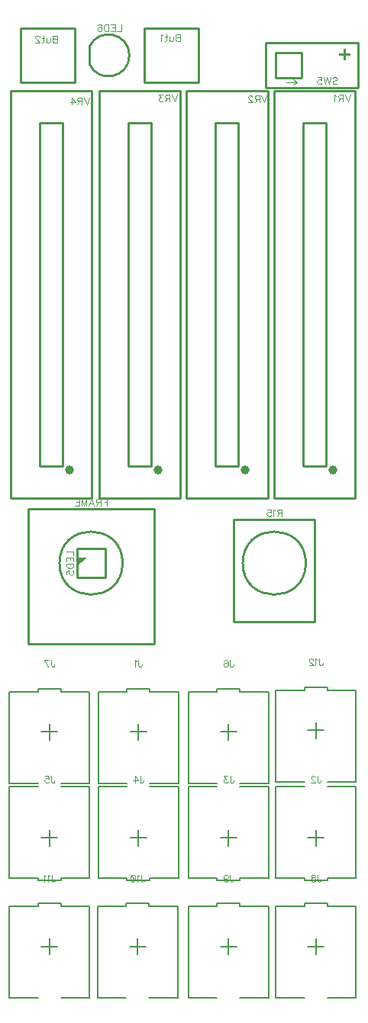
<source format=gbo>
G04 DipTrace 3.2.0.1*
G04 PlancksII_rohm.GBO*
%MOIN*%
G04 #@! TF.FileFunction,Legend,Bot*
G04 #@! TF.Part,Single*
%ADD10C,0.009843*%
%ADD12C,0.001*%
%ADD18C,0.006*%
%ADD38C,0.005984*%
%ADD47C,0.003937*%
%ADD53O,0.039405X0.039508*%
%ADD113C,0.004632*%
%FSLAX26Y26*%
G04*
G70*
G90*
G75*
G01*
G04 BotSilk*
%LPD*%
X1000961Y4656100D2*
D10*
X1237169D1*
Y4419898D1*
X1000961D1*
Y4656100D1*
X460463Y4655849D2*
X696671D1*
Y4419648D1*
X460463D1*
Y4655849D1*
X1044632Y2555221D2*
X493419D1*
Y1964664D1*
X1044632D1*
Y2555221D1*
X631222Y2319034D2*
G02X631222Y2319034I137771J0D01*
G01*
X1010311Y1582121D2*
D18*
X940276D1*
X975276Y1547174D2*
Y1617118D1*
X925261Y1757004D2*
X800276D1*
X1025291D2*
X1150276D1*
X1025291Y1356995D2*
X1150276D1*
X925261D2*
X800276D1*
Y1757004D1*
X1150276D2*
Y1356995D1*
X1025291Y1757004D2*
D38*
Y1769479D1*
X925261D1*
Y1757004D1*
X1715241Y1118879D2*
D18*
X1785276D1*
X1750276Y1153826D2*
Y1083882D1*
X1800291Y943996D2*
X1925276D1*
X1700261D2*
X1575276D1*
X1700261Y1344005D2*
X1575276D1*
X1800291D2*
X1925276D1*
Y943996D1*
X1575276D2*
Y1344005D1*
X1700261Y943996D2*
D38*
Y931521D1*
X1800291D1*
Y943996D1*
X1333990Y1118879D2*
D18*
X1404025D1*
X1369025Y1153826D2*
Y1083882D1*
X1419040Y943996D2*
X1544025D1*
X1319010D2*
X1194025D1*
X1319010Y1344005D2*
X1194025D1*
X1419040D2*
X1544025D1*
Y943996D1*
X1194025D2*
Y1344005D1*
X1319010Y943996D2*
D38*
Y931521D1*
X1419040D1*
Y943996D1*
X940240Y1118879D2*
D18*
X1010275D1*
X975275Y1153826D2*
Y1083882D1*
X1025290Y943996D2*
X1150275D1*
X925260D2*
X800275D1*
X925260Y1344005D2*
X800275D1*
X1025290D2*
X1150275D1*
Y943996D1*
X800275D2*
Y1344005D1*
X925260Y943996D2*
D38*
Y931521D1*
X1025290D1*
Y943996D1*
X552741Y1118879D2*
D18*
X622776D1*
X587776Y1153826D2*
Y1083882D1*
X637791Y943996D2*
X762776D1*
X537761D2*
X412776D1*
X537761Y1344005D2*
X412776D1*
X637791D2*
X762776D1*
Y943996D1*
X412776D2*
Y1344005D1*
X537761Y943996D2*
D38*
Y931521D1*
X637791D1*
Y943996D1*
X1404060Y1582121D2*
D18*
X1334025D1*
X1369025Y1547174D2*
Y1617118D1*
X1319010Y1757004D2*
X1194025D1*
X1419040D2*
X1544025D1*
X1419040Y1356995D2*
X1544025D1*
X1319010D2*
X1194025D1*
Y1757004D1*
X1544025D2*
Y1356995D1*
X1419040Y1757004D2*
D38*
Y1769479D1*
X1319010D1*
Y1757004D1*
X622811Y1582121D2*
D18*
X552776D1*
X587776Y1547174D2*
Y1617118D1*
X537761Y1757004D2*
X412776D1*
X637791D2*
X762776D1*
X637791Y1356995D2*
X762776D1*
X537761D2*
X412776D1*
Y1757004D1*
X762776D2*
Y1356995D1*
X637791Y1757004D2*
D38*
Y1769479D1*
X537761D1*
Y1757004D1*
X1785310Y644121D2*
D18*
X1715275D1*
X1750275Y609174D2*
Y679118D1*
X1700260Y819004D2*
X1575275D1*
X1800290D2*
X1925275D1*
X1800290Y418995D2*
X1925275D1*
X1700260D2*
X1575275D1*
Y819004D1*
X1925275D2*
Y418995D1*
X1800290Y819004D2*
D38*
Y831479D1*
X1700260D1*
Y819004D1*
X1404060Y644121D2*
D18*
X1334025D1*
X1369025Y609174D2*
Y679118D1*
X1319010Y819004D2*
X1194025D1*
X1419040D2*
X1544025D1*
X1419040Y418995D2*
X1544025D1*
X1319010D2*
X1194025D1*
Y819004D1*
X1544025D2*
Y418995D1*
X1419040Y819004D2*
D38*
Y831479D1*
X1319010D1*
Y819004D1*
X1007060Y644121D2*
D18*
X937025D1*
X972025Y609174D2*
Y679118D1*
X922010Y819004D2*
X797025D1*
X1022040D2*
X1147025D1*
X1022040Y418995D2*
X1147025D1*
X922010D2*
X797025D1*
Y819004D1*
X1147025D2*
Y418995D1*
X1022040Y819004D2*
D38*
Y831479D1*
X922010D1*
Y819004D1*
X622811Y644121D2*
D18*
X552776D1*
X587776Y609174D2*
Y679118D1*
X537761Y819004D2*
X412776D1*
X637791D2*
X762776D1*
X637791Y418995D2*
X762776D1*
X537761D2*
X412776D1*
Y819004D1*
X762776D2*
Y418995D1*
X637791Y819004D2*
D38*
Y831479D1*
X537761D1*
Y819004D1*
X1785311Y1588370D2*
D18*
X1715276D1*
X1750276Y1553423D2*
Y1623367D1*
X1700261Y1763254D2*
X1575276D1*
X1800291D2*
X1925276D1*
X1800291Y1363244D2*
X1925276D1*
X1700261D2*
X1575276D1*
Y1763254D1*
X1925276D2*
Y1363244D1*
X1800291Y1763254D2*
D38*
Y1775728D1*
X1700261D1*
Y1763254D1*
X706525Y2381504D2*
D10*
X831525D1*
Y2256496D1*
X706525D1*
Y2381504D1*
G36*
Y2343998D2*
X750275D1*
X706525Y2306492D1*
D1*
Y2343998D1*
G37*
X761525Y4575005D2*
D10*
Y4499995D1*
Y4575005D2*
G02X761525Y4499995I83482J-37505D01*
G01*
X1746159Y2509944D2*
X1391892D1*
Y2063067D1*
X1746159D1*
Y2509944D1*
X1431234Y2319003D2*
G02X1431234Y2319003I137768J0D01*
G01*
X1532987Y4396308D2*
X1934562D1*
Y4593159D1*
X1532987D1*
Y4396308D1*
X1621575Y4420915D2*
D47*
X1664865D1*
X1668800D2*
X1653098Y4409104D1*
X1668800Y4420915D2*
X1653098Y4432726D1*
X1576277Y4439615D2*
D10*
X1686550D1*
Y4549852D1*
X1576277D1*
Y4439615D1*
X1921151Y2604191D2*
X1566790D1*
X1921151D2*
Y4383809D1*
X1566790Y2604191D2*
Y4383809D1*
X1921151D2*
X1566790D1*
X1793990Y4243931D2*
X1693951D1*
X1793990D2*
Y2744069D1*
X1693951D2*
X1793990D1*
X1693951D2*
Y4243931D1*
D53*
X1823668Y2726273D3*
X1539939Y2604191D2*
D10*
X1185578D1*
X1539939D2*
Y4383809D1*
X1185578Y2604191D2*
Y4383809D1*
X1539939D2*
X1185578D1*
X1412778Y4243931D2*
X1312739D1*
X1412778D2*
Y2744069D1*
X1312739D2*
X1412778D1*
X1312739D2*
Y4243931D1*
D53*
X1442456Y2726273D3*
X1158731Y2604191D2*
D10*
X804370D1*
X1158731D2*
Y4383809D1*
X804370Y2604191D2*
Y4383809D1*
X1158731D2*
X804370D1*
X1031570Y4243931D2*
X931531D1*
X1031570D2*
Y2744069D1*
X931531D2*
X1031570D1*
X931531D2*
Y4243931D1*
D53*
X1061248Y2726273D3*
X771270Y2604191D2*
D10*
X416909D1*
X771270D2*
Y4383809D1*
X416909Y2604191D2*
Y4383809D1*
X771270D2*
X416909D1*
X644109Y4243931D2*
X544070D1*
X644109D2*
Y2744069D1*
X544070D2*
X644109D1*
X544070D2*
Y4243931D1*
D53*
X673787Y2726273D3*
X1870025Y4567000D2*
D12*
X1878025D1*
X1870025Y4566000D2*
X1878025D1*
X1870025Y4565000D2*
X1878025D1*
X1870025Y4564000D2*
X1878025D1*
X1870025Y4563000D2*
X1878025D1*
X1870025Y4562000D2*
X1878025D1*
X1870025Y4561000D2*
X1878025D1*
X1870025Y4560000D2*
X1878025D1*
X1870025Y4559000D2*
X1878025D1*
X1870025Y4558000D2*
X1878025D1*
X1870025Y4557000D2*
X1878025D1*
X1870025Y4556000D2*
X1878025D1*
X1870025Y4555000D2*
X1878025D1*
X1870025Y4554000D2*
X1878025D1*
X1870025Y4553000D2*
X1878025D1*
X1870025Y4552000D2*
X1878025D1*
X1870025Y4551000D2*
X1878025D1*
X1870025Y4550000D2*
X1878025D1*
X1870025Y4549000D2*
X1878025D1*
X1870025Y4548000D2*
X1878025D1*
X1850025Y4547000D2*
X1898025D1*
X1850025Y4546000D2*
X1898025D1*
X1850025Y4545000D2*
X1898025D1*
X1850025Y4544000D2*
X1898025D1*
X1850025Y4543000D2*
X1898025D1*
X1850025Y4542000D2*
X1898025D1*
X1850025Y4541000D2*
X1898025D1*
X1850025Y4540000D2*
X1898025D1*
X1850025Y4539000D2*
X1898025D1*
X1870025Y4538000D2*
X1878025D1*
X1870025Y4537000D2*
X1878025D1*
X1870025Y4536000D2*
X1878025D1*
X1870025Y4535000D2*
X1878025D1*
X1870025Y4534000D2*
X1878025D1*
X1870025Y4533000D2*
X1878025D1*
X1870025Y4532000D2*
X1878025D1*
X1870025Y4531000D2*
X1878025D1*
X1870025Y4530000D2*
X1878025D1*
X1870025Y4529000D2*
X1878025D1*
X1870025Y4528000D2*
X1878025D1*
X1870025Y4527000D2*
X1878025D1*
X1870025Y4526000D2*
X1878025D1*
X1870025Y4525000D2*
X1878025D1*
X1870025Y4524000D2*
X1878025D1*
X1870025Y4523000D2*
X1878025D1*
X1870025Y4522000D2*
X1878025D1*
X1870025Y4521000D2*
X1878025D1*
X1870025Y4520000D2*
X1878025D1*
X1870025Y4519000D2*
X1878025D1*
X1870025Y4567000D2*
Y4566000D1*
Y4565000D1*
Y4564000D1*
Y4563000D1*
Y4562000D1*
Y4561000D1*
Y4560000D1*
Y4559000D1*
Y4558000D1*
Y4557000D1*
Y4556000D1*
Y4555000D1*
Y4554000D1*
Y4553000D1*
Y4552000D1*
Y4551000D1*
Y4550000D1*
Y4549000D1*
Y4548000D1*
Y4547000D1*
X1878025Y4567000D2*
Y4566000D1*
Y4565000D1*
Y4564000D1*
Y4563000D1*
Y4562000D1*
Y4561000D1*
Y4560000D1*
Y4559000D1*
Y4558000D1*
Y4557000D1*
Y4556000D1*
Y4555000D1*
Y4554000D1*
Y4553000D1*
Y4552000D1*
Y4551000D1*
Y4550000D1*
Y4549000D1*
Y4548000D1*
Y4547000D1*
X1850025D2*
Y4546000D1*
Y4545000D1*
Y4544000D1*
Y4543000D1*
Y4542000D1*
Y4541000D1*
Y4540000D1*
Y4539000D1*
X1898025Y4547000D2*
Y4546000D1*
Y4545000D1*
Y4544000D1*
Y4543000D1*
Y4542000D1*
Y4541000D1*
Y4540000D1*
Y4539000D1*
X1870025D2*
Y4538000D1*
Y4537000D1*
Y4536000D1*
Y4535000D1*
Y4534000D1*
Y4533000D1*
Y4532000D1*
Y4531000D1*
Y4530000D1*
Y4529000D1*
Y4528000D1*
Y4527000D1*
Y4526000D1*
Y4525000D1*
Y4524000D1*
Y4523000D1*
Y4522000D1*
Y4521000D1*
Y4520000D1*
Y4519000D1*
X1878025Y4539000D2*
Y4538000D1*
Y4537000D1*
Y4536000D1*
Y4535000D1*
Y4534000D1*
Y4533000D1*
Y4532000D1*
Y4531000D1*
Y4530000D1*
Y4529000D1*
Y4528000D1*
Y4527000D1*
Y4526000D1*
Y4525000D1*
Y4524000D1*
Y4523000D1*
Y4522000D1*
Y4521000D1*
Y4520000D1*
Y4519000D1*
X1157220Y4630434D2*
D113*
Y4600290D1*
X1144287D1*
X1139976Y4601749D1*
X1138550Y4603175D1*
X1137124Y4606027D1*
Y4610338D1*
X1138550Y4613223D1*
X1139976Y4614649D1*
X1144287Y4616075D1*
X1139976Y4617534D1*
X1138550Y4618960D1*
X1137124Y4621812D1*
Y4624697D1*
X1138550Y4627549D1*
X1139976Y4629008D1*
X1144287Y4630434D1*
X1157220D1*
Y4616075D2*
X1144287D1*
X1127860Y4620386D2*
Y4606027D1*
X1126434Y4601749D1*
X1123549Y4600290D1*
X1119238D1*
X1116386Y4601749D1*
X1112075Y4606027D1*
Y4620386D2*
Y4600290D1*
X1098501Y4630434D2*
Y4606027D1*
X1097075Y4601749D1*
X1094190Y4600290D1*
X1091338D1*
X1102812Y4620386D2*
X1092764D1*
X1082074Y4624664D2*
X1079189Y4626123D1*
X1074878Y4630401D1*
Y4600290D1*
X620171Y4624183D2*
Y4594039D1*
X607238D1*
X602927Y4595498D1*
X601501Y4596924D1*
X600075Y4599776D1*
Y4604087D1*
X601501Y4606972D1*
X602927Y4608398D1*
X607238Y4609824D1*
X602927Y4611283D1*
X601501Y4612709D1*
X600075Y4615561D1*
Y4618446D1*
X601501Y4621298D1*
X602927Y4622757D1*
X607238Y4624183D1*
X620171D1*
Y4609824D2*
X607238D1*
X590812Y4614135D2*
Y4599776D1*
X589386Y4595498D1*
X586501Y4594039D1*
X582190D1*
X579338Y4595498D1*
X575027Y4599776D1*
Y4614135D2*
Y4594039D1*
X561452Y4624183D2*
Y4599776D1*
X560026Y4595498D1*
X557141Y4594039D1*
X554289D1*
X565763Y4614135D2*
X555715D1*
X543566Y4616987D2*
Y4618413D1*
X542140Y4621298D1*
X540715Y4622724D1*
X537829Y4624150D1*
X532092D1*
X529241Y4622724D1*
X527815Y4621298D1*
X526355Y4618413D1*
Y4615561D1*
X527815Y4612676D1*
X530667Y4608398D1*
X545026Y4594039D1*
X524930D1*
X820548Y2599155D2*
X839218D1*
Y2569011D1*
Y2584796D2*
X827745D1*
X811285D2*
X798385D1*
X794074Y2586255D1*
X792615Y2587681D1*
X791189Y2590533D1*
Y2593418D1*
X792615Y2596270D1*
X794074Y2597729D1*
X798385Y2599155D1*
X811285D1*
Y2569011D1*
X801237Y2584796D2*
X791189Y2569011D1*
X758944D2*
X770451Y2599155D1*
X781925Y2569011D1*
X777614Y2579059D2*
X763255D1*
X726733Y2569011D2*
Y2599155D1*
X738207Y2569011D1*
X749681Y2599155D1*
Y2569011D1*
X698832Y2599155D2*
X717469D1*
Y2569011D1*
X698832D1*
X717469Y2584796D2*
X705995D1*
X976326Y1895434D2*
Y1872486D1*
X977752Y1868175D1*
X979211Y1866749D1*
X982063Y1865290D1*
X984948D1*
X987800Y1866749D1*
X989226Y1868175D1*
X990685Y1872486D1*
Y1875338D1*
X967063Y1889664D2*
X964178Y1891123D1*
X959867Y1895401D1*
Y1865290D1*
X1757776Y1388434D2*
Y1365486D1*
X1759202Y1361175D1*
X1760661Y1359749D1*
X1763513Y1358290D1*
X1766398D1*
X1769250Y1359749D1*
X1770676Y1361175D1*
X1772135Y1365486D1*
Y1368338D1*
X1747054Y1381238D2*
Y1382664D1*
X1745628Y1385549D1*
X1744202Y1386975D1*
X1741317Y1388401D1*
X1735580D1*
X1732728Y1386975D1*
X1731302Y1385549D1*
X1729843Y1382664D1*
Y1379812D1*
X1731302Y1376927D1*
X1734154Y1372649D1*
X1748513Y1358290D1*
X1728417D1*
X1376526Y1388434D2*
Y1365486D1*
X1377952Y1361175D1*
X1379411Y1359749D1*
X1382263Y1358290D1*
X1385148D1*
X1388000Y1359749D1*
X1389426Y1361175D1*
X1390885Y1365486D1*
Y1368338D1*
X1364377Y1388401D2*
X1348625D1*
X1357214Y1376927D1*
X1352903D1*
X1350051Y1375501D1*
X1348625Y1374075D1*
X1347166Y1369764D1*
Y1366912D1*
X1348625Y1362601D1*
X1351477Y1359716D1*
X1355788Y1358290D1*
X1360099D1*
X1364377Y1359716D1*
X1365803Y1361175D1*
X1367262Y1364027D1*
X983488Y1388434D2*
Y1365486D1*
X984914Y1361175D1*
X986373Y1359749D1*
X989225Y1358290D1*
X992110D1*
X994962Y1359749D1*
X996388Y1361175D1*
X997847Y1365486D1*
Y1368338D1*
X959865Y1358290D2*
Y1388401D1*
X974224Y1368338D1*
X952702D1*
X595276Y1388434D2*
Y1365486D1*
X596702Y1361175D1*
X598161Y1359749D1*
X601013Y1358290D1*
X603898D1*
X606750Y1359749D1*
X608176Y1361175D1*
X609635Y1365486D1*
Y1368338D1*
X568802Y1388401D2*
X583128D1*
X584554Y1375501D1*
X583128Y1376927D1*
X578817Y1378386D1*
X574539D1*
X570228Y1376927D1*
X567343Y1374075D1*
X565917Y1369764D1*
Y1366912D1*
X567343Y1362601D1*
X570228Y1359716D1*
X574539Y1358290D1*
X578817D1*
X583128Y1359716D1*
X584554Y1361175D1*
X586013Y1364027D1*
X1375796Y1895434D2*
Y1872486D1*
X1377222Y1868175D1*
X1378681Y1866749D1*
X1381533Y1865290D1*
X1384418D1*
X1387270Y1866749D1*
X1388696Y1868175D1*
X1390155Y1872486D1*
Y1875338D1*
X1349322Y1891123D2*
X1350748Y1893975D1*
X1355059Y1895401D1*
X1357911D1*
X1362222Y1893975D1*
X1365107Y1889664D1*
X1366533Y1882501D1*
Y1875338D1*
X1365107Y1869601D1*
X1362222Y1866716D1*
X1357911Y1865290D1*
X1356485D1*
X1352207Y1866716D1*
X1349322Y1869601D1*
X1347896Y1873912D1*
Y1875338D1*
X1349322Y1879649D1*
X1352207Y1882501D1*
X1356485Y1883927D1*
X1357911D1*
X1362222Y1882501D1*
X1365107Y1879649D1*
X1366533Y1875338D1*
X595276Y1895434D2*
Y1872486D1*
X596702Y1868175D1*
X598161Y1866749D1*
X601013Y1865290D1*
X603898D1*
X606750Y1866749D1*
X608176Y1868175D1*
X609635Y1872486D1*
Y1875338D1*
X580276Y1865290D2*
X565917Y1895401D1*
X586013D1*
X1757758Y957434D2*
Y934486D1*
X1759184Y930175D1*
X1760643Y928749D1*
X1763495Y927290D1*
X1766380D1*
X1769232Y928749D1*
X1770658Y930175D1*
X1772117Y934486D1*
Y937338D1*
X1741332Y957401D2*
X1745610Y955975D1*
X1747069Y953123D1*
Y950238D1*
X1745610Y947386D1*
X1742758Y945927D1*
X1737021Y944501D1*
X1732710Y943075D1*
X1729858Y940190D1*
X1728432Y937338D1*
Y933027D1*
X1729858Y930175D1*
X1731284Y928716D1*
X1735595Y927290D1*
X1741332D1*
X1745610Y928716D1*
X1747069Y930175D1*
X1748495Y933027D1*
Y937338D1*
X1747069Y940190D1*
X1744184Y943075D1*
X1739906Y944501D1*
X1734169Y945927D1*
X1731284Y947386D1*
X1729858Y950238D1*
Y953123D1*
X1731284Y955975D1*
X1735595Y957401D1*
X1741332D1*
X1375813Y957434D2*
Y934486D1*
X1377239Y930175D1*
X1378698Y928749D1*
X1381550Y927290D1*
X1384435D1*
X1387287Y928749D1*
X1388713Y930175D1*
X1390172Y934486D1*
Y937338D1*
X1347879Y947386D2*
X1349338Y943075D1*
X1352190Y940190D1*
X1356501Y938764D1*
X1357927D1*
X1362238Y940190D1*
X1365090Y943075D1*
X1366549Y947386D1*
Y948812D1*
X1365090Y953123D1*
X1362238Y955975D1*
X1357927Y957401D1*
X1356501D1*
X1352190Y955975D1*
X1349338Y953123D1*
X1347879Y947386D1*
Y940190D1*
X1349338Y933027D1*
X1352190Y928716D1*
X1356501Y927290D1*
X1359353D1*
X1363664Y928716D1*
X1365090Y931601D1*
X987755Y957434D2*
Y934486D1*
X989181Y930175D1*
X990641Y928749D1*
X993492Y927290D1*
X996378D1*
X999229Y928749D1*
X1000655Y930175D1*
X1002115Y934486D1*
Y937338D1*
X978492Y951664D2*
X975607Y953123D1*
X971296Y957401D1*
Y927290D1*
X953410Y957401D2*
X957721Y955975D1*
X960606Y951664D1*
X962032Y944501D1*
Y940190D1*
X960606Y933027D1*
X957721Y928716D1*
X953410Y927290D1*
X950558D1*
X946247Y928716D1*
X943395Y933027D1*
X941936Y940190D1*
Y944501D1*
X943395Y951664D1*
X946247Y955975D1*
X950558Y957401D1*
X953410D1*
X943395Y951664D2*
X960606Y933027D1*
X597056Y957434D2*
Y934486D1*
X598482Y930175D1*
X599941Y928749D1*
X602793Y927290D1*
X605678D1*
X608530Y928749D1*
X609956Y930175D1*
X611415Y934486D1*
Y937338D1*
X587793Y951664D2*
X584908Y953123D1*
X580597Y957401D1*
Y927290D1*
X571333Y951664D2*
X568448Y953123D1*
X564137Y957401D1*
Y927290D1*
X1766006Y1901683D2*
Y1878735D1*
X1767432Y1874424D1*
X1768891Y1872998D1*
X1771743Y1871539D1*
X1774628D1*
X1777480Y1872998D1*
X1778906Y1874424D1*
X1780365Y1878735D1*
Y1881587D1*
X1756743Y1895913D2*
X1753858Y1897372D1*
X1749547Y1901650D1*
Y1871539D1*
X1738824Y1894487D2*
Y1895913D1*
X1737398Y1898798D1*
X1735972Y1900224D1*
X1733087Y1901650D1*
X1727350D1*
X1724498Y1900224D1*
X1723072Y1898798D1*
X1721613Y1895913D1*
Y1893061D1*
X1723072Y1890176D1*
X1725924Y1885898D1*
X1740283Y1871539D1*
X1720187D1*
X662592Y2370915D2*
X692736D1*
Y2353704D1*
X662592Y2325804D2*
Y2344441D1*
X692736D1*
Y2325804D1*
X676951Y2344441D2*
Y2332967D1*
X662592Y2316540D2*
X692736D1*
Y2306492D1*
X691276Y2302181D1*
X688425Y2299296D1*
X685540Y2297870D1*
X681262Y2296444D1*
X674066D1*
X669755Y2297870D1*
X666903Y2299296D1*
X664018Y2302181D1*
X662592Y2306492D1*
Y2316540D1*
X662625Y2269970D2*
Y2284296D1*
X675525Y2285722D1*
X674099Y2284296D1*
X672640Y2279985D1*
Y2275707D1*
X674099Y2271396D1*
X676951Y2268511D1*
X681262Y2267085D1*
X684114D1*
X688425Y2268511D1*
X691310Y2271396D1*
X692736Y2275707D1*
Y2279985D1*
X691310Y2284296D1*
X689851Y2285722D1*
X686999Y2287181D1*
X900211Y4672953D2*
Y4642809D1*
X883000D1*
X855100Y4672953D2*
X873737D1*
Y4642809D1*
X855100D1*
X873737Y4658594D2*
X862263D1*
X845836Y4672953D2*
Y4642809D1*
X835788D1*
X831477Y4644268D1*
X828592Y4647120D1*
X827166Y4650005D1*
X825740Y4654283D1*
Y4661479D1*
X827166Y4665790D1*
X828592Y4668642D1*
X831477Y4671527D1*
X835788Y4672953D1*
X845836D1*
X799266Y4668642D2*
X800692Y4671494D1*
X805003Y4672920D1*
X807855D1*
X812166Y4671494D1*
X815051Y4667183D1*
X816477Y4660020D1*
Y4652857D1*
X815051Y4647120D1*
X812166Y4644235D1*
X807855Y4642809D1*
X806429D1*
X802151Y4644235D1*
X799266Y4647120D1*
X797840Y4651431D1*
Y4652857D1*
X799266Y4657168D1*
X802151Y4660020D1*
X806429Y4661446D1*
X807855D1*
X812166Y4660020D1*
X815051Y4657168D1*
X816477Y4652857D1*
X1601983Y2539518D2*
X1589083D1*
X1584772Y2540978D1*
X1583313Y2542403D1*
X1581887Y2545255D1*
Y2548140D1*
X1583313Y2550992D1*
X1584772Y2552451D1*
X1589083Y2553877D1*
X1601983D1*
Y2523733D1*
X1591935Y2539518D2*
X1581887Y2523733D1*
X1572623Y2548107D2*
X1569738Y2549566D1*
X1565427Y2553844D1*
Y2523733D1*
X1538953Y2553844D2*
X1553279D1*
X1554705Y2540944D1*
X1553279Y2542370D1*
X1548968Y2543829D1*
X1544690D1*
X1540379Y2542370D1*
X1537494Y2539518D1*
X1536068Y2535207D1*
Y2532355D1*
X1537494Y2528044D1*
X1540379Y2525159D1*
X1544690Y2523733D1*
X1548968D1*
X1553279Y2525159D1*
X1554705Y2526618D1*
X1556164Y2529470D1*
X1823397Y4437782D2*
X1826249Y4440667D1*
X1830560Y4442093D1*
X1836297D1*
X1840608Y4440667D1*
X1843493Y4437782D1*
Y4434930D1*
X1842034Y4432045D1*
X1840608Y4430619D1*
X1837756Y4429193D1*
X1829134Y4426308D1*
X1826249Y4424882D1*
X1824823Y4423423D1*
X1823397Y4420571D1*
Y4416260D1*
X1826249Y4413408D1*
X1830560Y4411949D1*
X1836297D1*
X1840608Y4413408D1*
X1843493Y4416260D1*
X1814134Y4442093D2*
X1806938Y4411949D1*
X1799775Y4442093D1*
X1792612Y4411949D1*
X1785416Y4442093D1*
X1758941Y4442059D2*
X1773267D1*
X1774693Y4429160D1*
X1773267Y4430586D1*
X1768956Y4432045D1*
X1764678D1*
X1760367Y4430586D1*
X1757482Y4427734D1*
X1756056Y4423423D1*
Y4420571D1*
X1757482Y4416260D1*
X1760367Y4413375D1*
X1764678Y4411949D1*
X1768956D1*
X1773267Y4413375D1*
X1774693Y4414834D1*
X1776152Y4417686D1*
X1901354Y4364743D2*
X1889880Y4334599D1*
X1878406Y4364743D1*
X1869142Y4350384D2*
X1856242D1*
X1851931Y4351843D1*
X1850472Y4353269D1*
X1849046Y4356121D1*
Y4359006D1*
X1850472Y4361858D1*
X1851931Y4363317D1*
X1856242Y4364743D1*
X1869142D1*
Y4334599D1*
X1859094Y4350384D2*
X1849046Y4334599D1*
X1839783Y4358973D2*
X1836898Y4360432D1*
X1832587Y4364710D1*
Y4334599D1*
X1535593Y4361743D2*
X1524119Y4331599D1*
X1512645Y4361743D1*
X1503381Y4347384D2*
X1490481D1*
X1486170Y4348843D1*
X1484711Y4350269D1*
X1483285Y4353121D1*
Y4356006D1*
X1484711Y4358858D1*
X1486170Y4360317D1*
X1490481Y4361743D1*
X1503381D1*
Y4331599D1*
X1493333Y4347384D2*
X1483285Y4331599D1*
X1472562Y4354547D2*
Y4355973D1*
X1471136Y4358858D1*
X1469710Y4360284D1*
X1466825Y4361710D1*
X1461088D1*
X1458237Y4360284D1*
X1456811Y4358858D1*
X1455351Y4355973D1*
Y4353121D1*
X1456811Y4350236D1*
X1459662Y4345958D1*
X1474021Y4331599D1*
X1453925D1*
X1145384Y4364743D2*
X1133910Y4334599D1*
X1122436Y4364743D1*
X1113172Y4350384D2*
X1100272D1*
X1095961Y4351843D1*
X1094502Y4353269D1*
X1093076Y4356121D1*
Y4359006D1*
X1094502Y4361858D1*
X1095961Y4363317D1*
X1100272Y4364743D1*
X1113172D1*
Y4334599D1*
X1103124Y4350384D2*
X1093076Y4334599D1*
X1080928Y4364710D2*
X1065176D1*
X1073765Y4353236D1*
X1069454D1*
X1066602Y4351810D1*
X1065176Y4350384D1*
X1063717Y4346073D1*
Y4343221D1*
X1065176Y4338910D1*
X1068028Y4336025D1*
X1072339Y4334599D1*
X1076650D1*
X1080928Y4336025D1*
X1082354Y4337484D1*
X1083813Y4340336D1*
X761636Y4352743D2*
X750162Y4322599D1*
X738688Y4352743D1*
X729425Y4338384D2*
X716525D1*
X712214Y4339843D1*
X710755Y4341269D1*
X709329Y4344121D1*
Y4347006D1*
X710755Y4349858D1*
X712214Y4351317D1*
X716525Y4352743D1*
X729425D1*
Y4322599D1*
X719377Y4338384D2*
X709329Y4322599D1*
X685706D2*
Y4352710D1*
X700065Y4332647D1*
X678543D1*
M02*

</source>
